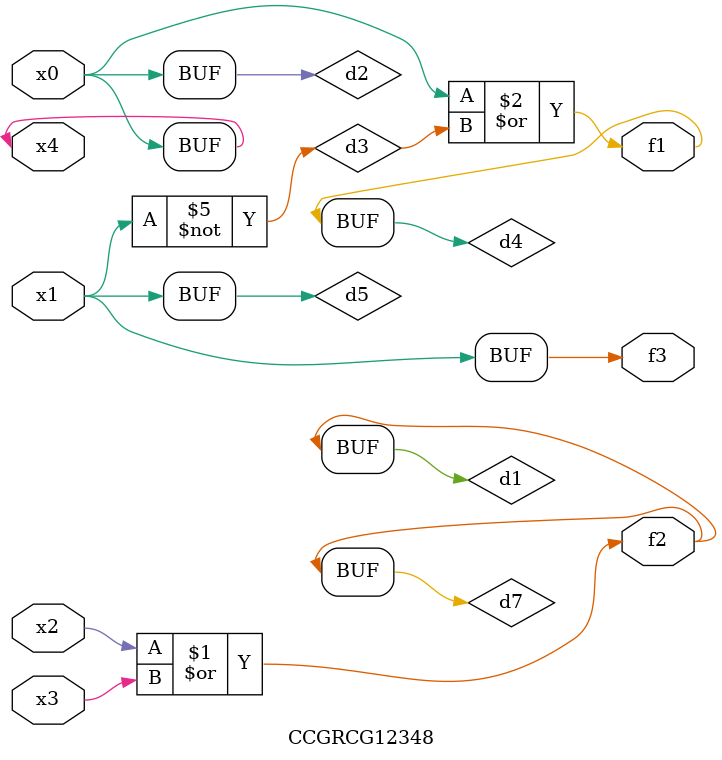
<source format=v>
module CCGRCG12348(
	input x0, x1, x2, x3, x4,
	output f1, f2, f3
);

	wire d1, d2, d3, d4, d5, d6, d7;

	or (d1, x2, x3);
	buf (d2, x0, x4);
	not (d3, x1);
	or (d4, d2, d3);
	not (d5, d3);
	nand (d6, d1, d3);
	or (d7, d1);
	assign f1 = d4;
	assign f2 = d7;
	assign f3 = d5;
endmodule

</source>
